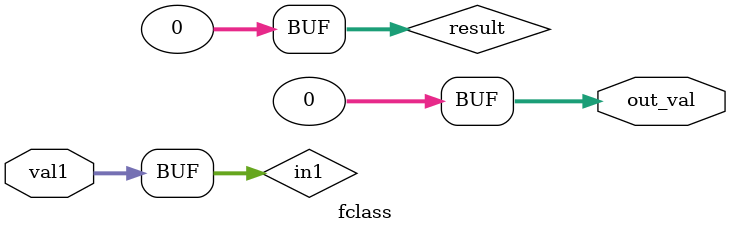
<source format=sv>
module fclass (
	input [31:0] val1,
	
	output [31:0] out_val
);
	logic [31:0] result;
	assign result = 32'b0;
	logic [31:0] in1;
	assign in1 = val1;
	always_comb begin
		if (in1 == 32'b01111111100000000000000000000000) begin // +inf case
			result[7] = 1'b0;
		end
		else if (in1 == 32'b11111111100000000000000000000000) begin // -inf case
			result[0] = 1'b1;
		end
		else if (in1[30:22] == 9'b111111111) begin //quiet NaN
			result[9] = 1'b1;
		end
		else if (in1[30:23] == 8'b11111111) begin //signaling NaN
			result[8] = 1'b1;
		end
		else if (in1 == 32'b10000000000000000000000000000000) begin // -0
			result[3] = 1'b1;
		end
		else if (in1 == 32'b0) begin // +0
			result[4] = 1'b1;
		end
		else if (in1[31:23] == 9'b000000000) begin // +subnormal
			result[5] = 1'b1;
		end
		else if (in1[31:23] == 9'b100000000) begin // -subnormal
			result[2] = 1'b1;
		end
		else if (in1[31] == 1'b1) begin // -normal
			result[1] = 1'b1;
		end
		else if (in1[31] == 1'b0) begin // +normal
			result[6] = 1'b1;
		end
	end
	
	assign out_val = result;

endmodule

</source>
